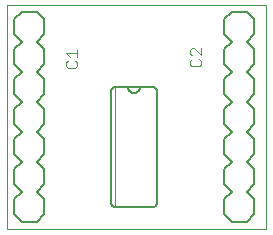
<source format=gto>
G75*
%MOIN*%
%OFA0B0*%
%FSLAX24Y24*%
%IPPOS*%
%LPD*%
%AMOC8*
5,1,8,0,0,1.08239X$1,22.5*
%
%ADD10C,0.0000*%
%ADD11C,0.0060*%
%ADD12C,0.0020*%
%ADD13C,0.0080*%
%ADD14C,0.0030*%
D10*
X000100Y000100D02*
X000100Y007580D01*
X008761Y007580D01*
X008761Y000100D01*
X000100Y000100D01*
D11*
X003580Y001000D02*
X003580Y004700D01*
X003582Y004723D01*
X003587Y004746D01*
X003596Y004768D01*
X003609Y004788D01*
X003624Y004806D01*
X003642Y004821D01*
X003662Y004834D01*
X003684Y004843D01*
X003707Y004848D01*
X003730Y004850D01*
X004150Y004850D01*
X004550Y004850D01*
X004970Y004850D01*
X004993Y004848D01*
X005016Y004843D01*
X005038Y004834D01*
X005058Y004821D01*
X005076Y004806D01*
X005091Y004788D01*
X005104Y004768D01*
X005113Y004746D01*
X005118Y004723D01*
X005120Y004700D01*
X005120Y001000D01*
X005118Y000977D01*
X005113Y000954D01*
X005104Y000932D01*
X005091Y000912D01*
X005076Y000894D01*
X005058Y000879D01*
X005038Y000866D01*
X005016Y000857D01*
X004993Y000852D01*
X004970Y000850D01*
X003730Y000850D01*
X003707Y000852D01*
X003684Y000857D01*
X003662Y000866D01*
X003642Y000879D01*
X003624Y000894D01*
X003609Y000912D01*
X003596Y000932D01*
X003587Y000954D01*
X003582Y000977D01*
X003580Y001000D01*
X004150Y004850D02*
X004152Y004823D01*
X004157Y004796D01*
X004167Y004770D01*
X004179Y004746D01*
X004195Y004724D01*
X004213Y004704D01*
X004235Y004687D01*
X004258Y004672D01*
X004283Y004662D01*
X004309Y004654D01*
X004336Y004650D01*
X004364Y004650D01*
X004391Y004654D01*
X004417Y004662D01*
X004442Y004672D01*
X004465Y004687D01*
X004487Y004704D01*
X004505Y004724D01*
X004521Y004746D01*
X004533Y004770D01*
X004543Y004796D01*
X004548Y004823D01*
X004550Y004850D01*
D12*
X003720Y004850D02*
X003720Y000850D01*
D13*
X001350Y000600D02*
X001100Y000350D01*
X000600Y000350D01*
X000350Y000600D01*
X000350Y001100D01*
X000600Y001350D01*
X000350Y001600D01*
X000350Y002100D01*
X000600Y002350D01*
X000350Y002600D01*
X000350Y003100D01*
X000600Y003350D01*
X000350Y003600D01*
X000350Y004100D01*
X000600Y004350D01*
X000350Y004600D01*
X000350Y005100D01*
X000600Y005350D01*
X000350Y005600D01*
X000350Y006100D01*
X000600Y006350D01*
X000350Y006600D01*
X000350Y007100D01*
X000600Y007350D01*
X001100Y007350D01*
X001350Y007100D01*
X001350Y006600D01*
X001100Y006350D01*
X001350Y006100D01*
X001350Y005600D01*
X001100Y005350D01*
X001350Y005100D01*
X001350Y004600D01*
X001100Y004350D01*
X001350Y004100D01*
X001350Y003600D01*
X001100Y003350D01*
X001350Y003100D01*
X001350Y002600D01*
X001100Y002350D01*
X001350Y002100D01*
X001350Y001600D01*
X001100Y001350D01*
X001350Y001100D01*
X001350Y000600D01*
X007350Y000600D02*
X007350Y001100D01*
X007600Y001350D01*
X007350Y001600D01*
X007350Y002100D01*
X007600Y002350D01*
X007350Y002600D01*
X007350Y003100D01*
X007600Y003350D01*
X007350Y003600D01*
X007350Y004100D01*
X007600Y004350D01*
X007350Y004600D01*
X007350Y005100D01*
X007600Y005350D01*
X007350Y005600D01*
X007350Y006100D01*
X007600Y006350D01*
X007350Y006600D01*
X007350Y007100D01*
X007600Y007350D01*
X008100Y007350D01*
X008350Y007100D01*
X008350Y006600D01*
X008100Y006350D01*
X008350Y006100D01*
X008350Y005600D01*
X008100Y005350D01*
X008350Y005100D01*
X008350Y004600D01*
X008100Y004350D01*
X008350Y004100D01*
X008350Y003600D01*
X008100Y003350D01*
X008350Y003100D01*
X008350Y002600D01*
X008100Y002350D01*
X008350Y002100D01*
X008350Y001600D01*
X008100Y001350D01*
X008350Y001100D01*
X008350Y000600D01*
X008100Y000350D01*
X007600Y000350D01*
X007350Y000600D01*
D14*
X002389Y005481D02*
X002451Y005543D01*
X002451Y005666D01*
X002389Y005728D01*
X002451Y005849D02*
X002451Y006096D01*
X002451Y005973D02*
X002081Y005973D01*
X002204Y005849D01*
X002143Y005728D02*
X002081Y005666D01*
X002081Y005543D01*
X002143Y005481D01*
X002389Y005481D01*
X006213Y005592D02*
X006275Y005530D01*
X006522Y005530D01*
X006583Y005592D01*
X006583Y005715D01*
X006522Y005777D01*
X006583Y005898D02*
X006337Y006145D01*
X006275Y006145D01*
X006213Y006083D01*
X006213Y005960D01*
X006275Y005898D01*
X006275Y005777D02*
X006213Y005715D01*
X006213Y005592D01*
X006583Y005898D02*
X006583Y006145D01*
M02*

</source>
